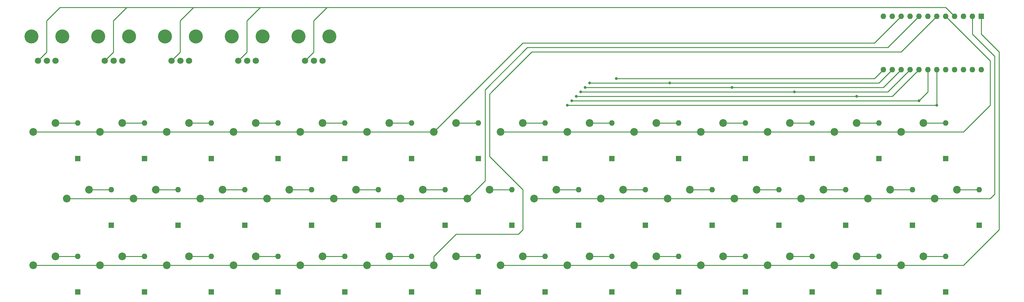
<source format=gbl>
G04 #@! TF.GenerationSoftware,KiCad,Pcbnew,5.0.0-rc1-44a33f2~62~ubuntu16.04.1*
G04 #@! TF.CreationDate,2018-03-08T22:41:24+01:00*
G04 #@! TF.ProjectId,midi314,6D6964693331342E6B696361645F7063,rev?*
G04 #@! TF.SameCoordinates,Original*
G04 #@! TF.FileFunction,Copper,L2,Bot,Signal*
G04 #@! TF.FilePolarity,Positive*
%FSLAX46Y46*%
G04 Gerber Fmt 4.6, Leading zero omitted, Abs format (unit mm)*
G04 Created by KiCad (PCBNEW 5.0.0-rc1-44a33f2~62~ubuntu16.04.1) date Thu Mar  8 22:41:24 2018*
%MOMM*%
%LPD*%
G01*
G04 APERTURE LIST*
%ADD10C,1.800000*%
%ADD11C,4.000000*%
%ADD12C,2.200000*%
%ADD13O,1.600000X1.600000*%
%ADD14R,1.600000X1.600000*%
%ADD15C,0.800000*%
%ADD16C,0.250000*%
G04 APERTURE END LIST*
D10*
X91520000Y-114300000D03*
X94020000Y-114300000D03*
X96520000Y-114300000D03*
D11*
X89620000Y-107300000D03*
X98420000Y-107300000D03*
X117470000Y-107300000D03*
X108670000Y-107300000D03*
D10*
X115570000Y-114300000D03*
X113070000Y-114300000D03*
X110570000Y-114300000D03*
X129620000Y-114300000D03*
X132120000Y-114300000D03*
X134620000Y-114300000D03*
D11*
X127720000Y-107300000D03*
X136520000Y-107300000D03*
X155570000Y-107300000D03*
X146770000Y-107300000D03*
D10*
X153670000Y-114300000D03*
X151170000Y-114300000D03*
X148670000Y-114300000D03*
X72470000Y-114300000D03*
X74970000Y-114300000D03*
X77470000Y-114300000D03*
D11*
X70570000Y-107300000D03*
X79370000Y-107300000D03*
D12*
X223520000Y-134620000D03*
X229870000Y-132080000D03*
D13*
X341630000Y-116840000D03*
X313690000Y-101600000D03*
X339090000Y-116840000D03*
X316230000Y-101600000D03*
X336550000Y-116840000D03*
X318770000Y-101600000D03*
X334010000Y-116840000D03*
X321310000Y-101600000D03*
X331470000Y-116840000D03*
X323850000Y-101600000D03*
X328930000Y-116840000D03*
X326390000Y-101600000D03*
X326390000Y-116840000D03*
X328930000Y-101600000D03*
X323850000Y-116840000D03*
X331470000Y-101600000D03*
X321310000Y-116840000D03*
X334010000Y-101600000D03*
X318770000Y-116840000D03*
X336550000Y-101600000D03*
X316230000Y-116840000D03*
X339090000Y-101600000D03*
X313690000Y-116840000D03*
D14*
X341630000Y-101600000D03*
D12*
X318770000Y-134620000D03*
X325120000Y-132080000D03*
X71120000Y-134620000D03*
X77470000Y-132080000D03*
X90170000Y-134620000D03*
X96520000Y-132080000D03*
X109220000Y-134620000D03*
X115570000Y-132080000D03*
X128270000Y-134620000D03*
X134620000Y-132080000D03*
X147320000Y-134620000D03*
X153670000Y-132080000D03*
X166370000Y-134620000D03*
X172720000Y-132080000D03*
X185420000Y-134620000D03*
X191770000Y-132080000D03*
X80645000Y-153670000D03*
X86995000Y-151130000D03*
X99695000Y-153670000D03*
X106045000Y-151130000D03*
X118745000Y-153670000D03*
X125095000Y-151130000D03*
X137795000Y-153670000D03*
X144145000Y-151130000D03*
X156845000Y-153670000D03*
X163195000Y-151130000D03*
X175895000Y-153670000D03*
X182245000Y-151130000D03*
X194945000Y-153670000D03*
X201295000Y-151130000D03*
D13*
X83820000Y-132080000D03*
D14*
X83820000Y-142240000D03*
D13*
X102870000Y-132080000D03*
D14*
X102870000Y-142240000D03*
D13*
X121920000Y-132080000D03*
D14*
X121920000Y-142240000D03*
D13*
X140970000Y-132080000D03*
D14*
X140970000Y-142240000D03*
D13*
X160020000Y-132080000D03*
D14*
X160020000Y-142240000D03*
D13*
X179070000Y-132080000D03*
D14*
X179070000Y-142240000D03*
D13*
X198120000Y-132080000D03*
D14*
X198120000Y-142240000D03*
D13*
X93345000Y-151130000D03*
D14*
X93345000Y-161290000D03*
D13*
X112395000Y-151130000D03*
D14*
X112395000Y-161290000D03*
D13*
X131445000Y-151130000D03*
D14*
X131445000Y-161290000D03*
D13*
X150495000Y-151130000D03*
D14*
X150495000Y-161290000D03*
D13*
X169545000Y-151130000D03*
D14*
X169545000Y-161290000D03*
D13*
X188595000Y-151130000D03*
D14*
X188595000Y-161290000D03*
D13*
X207645000Y-151130000D03*
D14*
X207645000Y-161290000D03*
D13*
X83820000Y-170180000D03*
D14*
X83820000Y-180340000D03*
D13*
X102870000Y-170180000D03*
D14*
X102870000Y-180340000D03*
D13*
X121920000Y-170180000D03*
D14*
X121920000Y-180340000D03*
D13*
X140970000Y-170180000D03*
D14*
X140970000Y-180340000D03*
D13*
X160020000Y-170180000D03*
D14*
X160020000Y-180340000D03*
D13*
X179070000Y-170180000D03*
D14*
X179070000Y-180340000D03*
D13*
X198120000Y-170180000D03*
D14*
X198120000Y-180340000D03*
D13*
X217170000Y-132080000D03*
D14*
X217170000Y-142240000D03*
D13*
X236220000Y-132080000D03*
D14*
X236220000Y-142240000D03*
D13*
X255270000Y-132080000D03*
D14*
X255270000Y-142240000D03*
D13*
X274320000Y-132080000D03*
D14*
X274320000Y-142240000D03*
D13*
X293370000Y-132080000D03*
D14*
X293370000Y-142240000D03*
D13*
X312420000Y-132080000D03*
D14*
X312420000Y-142240000D03*
D13*
X331470000Y-132080000D03*
D14*
X331470000Y-142240000D03*
D13*
X226695000Y-151130000D03*
D14*
X226695000Y-161290000D03*
D13*
X245745000Y-151130000D03*
D14*
X245745000Y-161290000D03*
D13*
X264795000Y-151130000D03*
D14*
X264795000Y-161290000D03*
D13*
X283845000Y-151130000D03*
D14*
X283845000Y-161290000D03*
D13*
X302895000Y-151130000D03*
D14*
X302895000Y-161290000D03*
D13*
X321945000Y-151130000D03*
D14*
X321945000Y-161290000D03*
D13*
X340995000Y-151130000D03*
D14*
X340995000Y-161290000D03*
D13*
X217170000Y-170180000D03*
D14*
X217170000Y-180340000D03*
D13*
X236220000Y-170180000D03*
D14*
X236220000Y-180340000D03*
D13*
X255270000Y-170180000D03*
D14*
X255270000Y-180340000D03*
D13*
X274320000Y-170180000D03*
D14*
X274320000Y-180340000D03*
D13*
X293370000Y-170180000D03*
D14*
X293370000Y-180340000D03*
D13*
X312420000Y-170180000D03*
D14*
X312420000Y-180340000D03*
D13*
X331470000Y-170180000D03*
D14*
X331470000Y-180340000D03*
D12*
X71120000Y-172720000D03*
X77470000Y-170180000D03*
X90170000Y-172720000D03*
X96520000Y-170180000D03*
X109220000Y-172720000D03*
X115570000Y-170180000D03*
X128270000Y-172720000D03*
X134620000Y-170180000D03*
X147320000Y-172720000D03*
X153670000Y-170180000D03*
X166370000Y-172720000D03*
X172720000Y-170180000D03*
X185420000Y-172720000D03*
X191770000Y-170180000D03*
X204470000Y-134620000D03*
X210820000Y-132080000D03*
X242570000Y-134620000D03*
X248920000Y-132080000D03*
X261620000Y-134620000D03*
X267970000Y-132080000D03*
X280670000Y-134620000D03*
X287020000Y-132080000D03*
X299720000Y-134620000D03*
X306070000Y-132080000D03*
X213995000Y-153670000D03*
X220345000Y-151130000D03*
X233045000Y-153670000D03*
X239395000Y-151130000D03*
X252095000Y-153670000D03*
X258445000Y-151130000D03*
X271145000Y-153670000D03*
X277495000Y-151130000D03*
X290195000Y-153670000D03*
X296545000Y-151130000D03*
X309245000Y-153670000D03*
X315595000Y-151130000D03*
X328295000Y-153670000D03*
X334645000Y-151130000D03*
X204470000Y-172720000D03*
X210820000Y-170180000D03*
X223520000Y-172720000D03*
X229870000Y-170180000D03*
X242570000Y-172720000D03*
X248920000Y-170180000D03*
X261620000Y-172720000D03*
X267970000Y-170180000D03*
X280670000Y-172720000D03*
X287020000Y-170180000D03*
X299720000Y-172720000D03*
X306070000Y-170180000D03*
X318770000Y-172720000D03*
X325120000Y-170180000D03*
D15*
X223520000Y-127000000D03*
X328930000Y-127000000D03*
X323850000Y-125730000D03*
X224790000Y-125730000D03*
X226060000Y-124460000D03*
X306070000Y-124460000D03*
X227330000Y-123190000D03*
X288290000Y-123190000D03*
X270510000Y-121920000D03*
X228600000Y-121920000D03*
X252730000Y-120650000D03*
X229870000Y-120650000D03*
X237490000Y-119380000D03*
D16*
X311150000Y-109220000D02*
X316230000Y-104140000D01*
X185420000Y-134620000D02*
X210820000Y-109220000D01*
X210820000Y-109220000D02*
X311150000Y-109220000D01*
X316230000Y-104140000D02*
X318770000Y-101600000D01*
X166370000Y-134620000D02*
X185420000Y-134620000D01*
X147320000Y-134620000D02*
X166370000Y-134620000D01*
X128270000Y-134620000D02*
X147320000Y-134620000D01*
X109220000Y-134620000D02*
X128270000Y-134620000D01*
X90170000Y-134620000D02*
X109220000Y-134620000D01*
X71120000Y-134620000D02*
X90170000Y-134620000D01*
X77470000Y-132080000D02*
X83820000Y-132080000D01*
X96520000Y-132080000D02*
X102870000Y-132080000D01*
X115570000Y-132080000D02*
X121920000Y-132080000D01*
X134620000Y-132080000D02*
X140970000Y-132080000D01*
X153670000Y-132080000D02*
X160020000Y-132080000D01*
X172720000Y-132080000D02*
X179070000Y-132080000D01*
X191770000Y-132080000D02*
X198120000Y-132080000D01*
X314960000Y-110490000D02*
X320040000Y-105410000D01*
X200025000Y-122555000D02*
X212090000Y-110490000D01*
X200025000Y-122555000D02*
X200025000Y-148590000D01*
X314960000Y-110490000D02*
X212090000Y-110490000D01*
X323850000Y-101600000D02*
X320040000Y-105410000D01*
X200025000Y-148590000D02*
X194945000Y-153670000D01*
X99695000Y-153670000D02*
X83553998Y-153670000D01*
X83553998Y-153670000D02*
X80645000Y-153670000D01*
X118745000Y-153670000D02*
X99695000Y-153670000D01*
X137795000Y-153670000D02*
X118745000Y-153670000D01*
X156845000Y-153670000D02*
X137795000Y-153670000D01*
X175895000Y-153670000D02*
X156845000Y-153670000D01*
X194945000Y-153670000D02*
X175895000Y-153670000D01*
X86995000Y-151130000D02*
X93345000Y-151130000D01*
X106045000Y-151130000D02*
X112395000Y-151130000D01*
X125095000Y-151130000D02*
X131445000Y-151130000D01*
X144145000Y-151130000D02*
X150495000Y-151130000D01*
X163195000Y-151130000D02*
X169545000Y-151130000D01*
X182245000Y-151130000D02*
X188595000Y-151130000D01*
X201295000Y-151130000D02*
X207645000Y-151130000D01*
X223520000Y-127000000D02*
X328930000Y-127000000D01*
X328930000Y-127000000D02*
X328930000Y-116840000D01*
X224790000Y-125730000D02*
X323850000Y-125730000D01*
X323850000Y-125730000D02*
X326390000Y-123190000D01*
X326390000Y-123190000D02*
X326390000Y-116840000D01*
X316230000Y-124460000D02*
X323850000Y-116840000D01*
X226060000Y-124460000D02*
X306070000Y-124460000D01*
X306070000Y-124460000D02*
X316230000Y-124460000D01*
X314960000Y-123190000D02*
X321310000Y-116840000D01*
X227330000Y-123190000D02*
X288290000Y-123190000D01*
X288290000Y-123190000D02*
X314960000Y-123190000D01*
X313690000Y-121920000D02*
X318770000Y-116840000D01*
X242570000Y-121920000D02*
X270510000Y-121920000D01*
X228600000Y-121920000D02*
X242570000Y-121920000D01*
X270510000Y-121920000D02*
X313690000Y-121920000D01*
X312420000Y-120650000D02*
X316230000Y-116840000D01*
X229870000Y-120650000D02*
X252730000Y-120650000D01*
X252730000Y-120650000D02*
X312420000Y-120650000D01*
X311150000Y-119380000D02*
X313690000Y-116840000D01*
X237490000Y-119380000D02*
X311150000Y-119380000D01*
X77470000Y-170180000D02*
X83820000Y-170180000D01*
X96520000Y-170180000D02*
X102870000Y-170180000D01*
X115570000Y-170180000D02*
X121920000Y-170180000D01*
X134620000Y-170180000D02*
X140970000Y-170180000D01*
X153670000Y-170180000D02*
X160020000Y-170180000D01*
X172720000Y-170180000D02*
X179070000Y-170180000D01*
X191770000Y-170180000D02*
X198120000Y-170180000D01*
X210820000Y-132080000D02*
X217170000Y-132080000D01*
X229870000Y-132080000D02*
X236220000Y-132080000D01*
X248920000Y-132080000D02*
X255270000Y-132080000D01*
X267970000Y-132080000D02*
X274320000Y-132080000D01*
X287020000Y-132080000D02*
X293370000Y-132080000D01*
X306070000Y-132080000D02*
X312420000Y-132080000D01*
X325120000Y-132080000D02*
X331470000Y-132080000D01*
X220345000Y-151130000D02*
X226695000Y-151130000D01*
X239395000Y-151130000D02*
X245745000Y-151130000D01*
X258445000Y-151130000D02*
X264795000Y-151130000D01*
X277495000Y-151130000D02*
X283845000Y-151130000D01*
X296545000Y-151130000D02*
X302895000Y-151130000D01*
X315595000Y-151130000D02*
X321945000Y-151130000D01*
X334645000Y-151130000D02*
X340995000Y-151130000D01*
X210820000Y-170180000D02*
X217170000Y-170180000D01*
X229870000Y-170180000D02*
X236220000Y-170180000D01*
X248920000Y-170180000D02*
X255270000Y-170180000D01*
X267970000Y-170180000D02*
X274320000Y-170180000D01*
X287020000Y-170180000D02*
X293370000Y-170180000D01*
X306070000Y-170180000D02*
X312420000Y-170180000D01*
X325120000Y-170180000D02*
X331470000Y-170180000D01*
X318770000Y-111760000D02*
X323850000Y-106680000D01*
X203200000Y-121920000D02*
X213360000Y-111760000D01*
X185420000Y-170180000D02*
X191770000Y-163830000D01*
X203200000Y-121920000D02*
X201930000Y-123190000D01*
X201930000Y-123190000D02*
X201295000Y-123825000D01*
X210820000Y-151130000D02*
X201295000Y-141605000D01*
X209550000Y-163830000D02*
X210820000Y-162560000D01*
X210820000Y-162560000D02*
X210820000Y-151130000D01*
X191770000Y-163830000D02*
X209550000Y-163830000D01*
X201295000Y-123825000D02*
X201295000Y-141605000D01*
X185420000Y-172720000D02*
X185420000Y-170180000D01*
X323850000Y-106680000D02*
X328930000Y-101600000D01*
X213360000Y-111760000D02*
X318770000Y-111760000D01*
X166370000Y-172720000D02*
X185420000Y-172720000D01*
X147320000Y-172720000D02*
X166370000Y-172720000D01*
X128270000Y-172720000D02*
X147320000Y-172720000D01*
X109220000Y-172720000D02*
X128270000Y-172720000D01*
X90170000Y-172720000D02*
X109220000Y-172720000D01*
X71120000Y-172720000D02*
X90170000Y-172720000D01*
X344170000Y-127000000D02*
X344170000Y-114300000D01*
X344170000Y-114300000D02*
X331470000Y-101600000D01*
X336550000Y-134620000D02*
X344170000Y-127000000D01*
X318770000Y-134620000D02*
X336550000Y-134620000D01*
X299720000Y-134620000D02*
X318770000Y-134620000D01*
X280670000Y-134620000D02*
X299720000Y-134620000D01*
X261620000Y-134620000D02*
X280670000Y-134620000D01*
X242570000Y-134620000D02*
X261620000Y-134620000D01*
X223520000Y-134620000D02*
X242570000Y-134620000D01*
X204470000Y-134620000D02*
X223520000Y-134620000D01*
X345440000Y-152400000D02*
X345440000Y-113030000D01*
X339090000Y-106680000D02*
X339090000Y-101600000D01*
X345440000Y-113030000D02*
X339090000Y-106680000D01*
X344170000Y-153670000D02*
X345440000Y-152400000D01*
X328295000Y-153670000D02*
X344170000Y-153670000D01*
X233045000Y-153670000D02*
X213995000Y-153670000D01*
X252095000Y-153670000D02*
X233045000Y-153670000D01*
X271145000Y-153670000D02*
X252095000Y-153670000D01*
X290195000Y-153670000D02*
X274053998Y-153670000D01*
X274053998Y-153670000D02*
X271145000Y-153670000D01*
X309245000Y-153670000D02*
X290195000Y-153670000D01*
X328295000Y-153670000D02*
X309245000Y-153670000D01*
X341630000Y-106680000D02*
X341630000Y-101600000D01*
X346710000Y-111760000D02*
X341630000Y-106680000D01*
X346710000Y-162560000D02*
X346710000Y-111760000D01*
X346710000Y-162560000D02*
X336550000Y-172720000D01*
X336550000Y-172720000D02*
X318770000Y-172720000D01*
X299720000Y-172720000D02*
X318770000Y-172720000D01*
X280670000Y-172720000D02*
X299720000Y-172720000D01*
X261620000Y-172720000D02*
X280670000Y-172720000D01*
X242570000Y-172720000D02*
X261620000Y-172720000D01*
X223520000Y-172720000D02*
X242570000Y-172720000D01*
X204470000Y-172720000D02*
X223520000Y-172720000D01*
X97790000Y-99060000D02*
X78740000Y-99060000D01*
X74930000Y-111840000D02*
X72470000Y-114300000D01*
X78740000Y-99060000D02*
X74930000Y-102870000D01*
X74930000Y-102870000D02*
X74930000Y-111840000D01*
X93980000Y-102870000D02*
X93980000Y-111840000D01*
X93980000Y-111840000D02*
X91520000Y-114300000D01*
X97790000Y-99060000D02*
X93980000Y-102870000D01*
X116840000Y-99060000D02*
X97790000Y-99060000D01*
X135890000Y-99060000D02*
X116840000Y-99060000D01*
X116840000Y-99060000D02*
X113030000Y-102870000D01*
X113030000Y-102870000D02*
X113030000Y-111840000D01*
X113030000Y-111840000D02*
X110570000Y-114300000D01*
X154940000Y-99060000D02*
X151130000Y-102870000D01*
X151130000Y-111840000D02*
X151130000Y-102870000D01*
X148670000Y-114300000D02*
X151130000Y-111840000D01*
X132080000Y-102870000D02*
X132080000Y-111840000D01*
X132080000Y-111840000D02*
X129620000Y-114300000D01*
X135890000Y-99060000D02*
X132080000Y-102870000D01*
X154940000Y-99060000D02*
X135890000Y-99060000D01*
X331470000Y-99060000D02*
X154940000Y-99060000D01*
X334010000Y-101600000D02*
X331470000Y-99060000D01*
M02*

</source>
